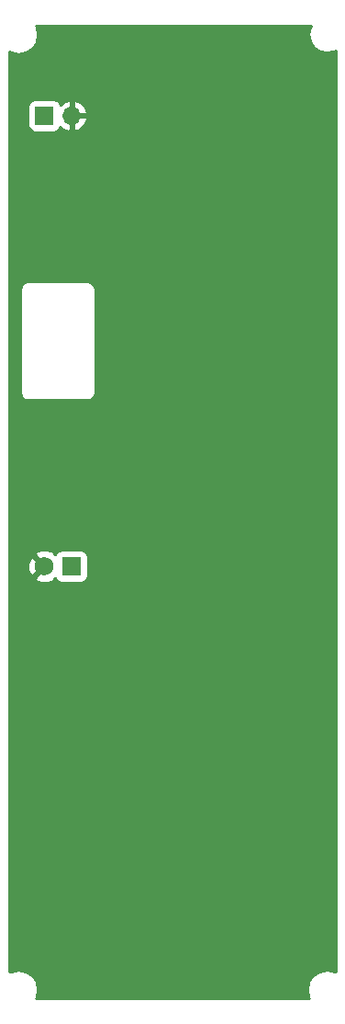
<source format=gbl>
G04 #@! TF.FileFunction,Copper,L2,Bot,Signal*
%FSLAX46Y46*%
G04 Gerber Fmt 4.6, Leading zero omitted, Abs format (unit mm)*
G04 Created by KiCad (PCBNEW 4.0.4-stable) date 08/15/17 16:39:26*
%MOMM*%
%LPD*%
G01*
G04 APERTURE LIST*
%ADD10C,0.100000*%
%ADD11R,1.750000X1.750000*%
%ADD12C,1.750000*%
%ADD13R,1.700000X1.700000*%
%ADD14O,1.700000X1.700000*%
%ADD15C,0.254000*%
G04 APERTURE END LIST*
D10*
D11*
X124500000Y-112500000D03*
D12*
X122000000Y-112500000D03*
D13*
X122000000Y-71000000D03*
D14*
X124540000Y-71000000D03*
D15*
G36*
X146520166Y-62845611D02*
X146390000Y-63500000D01*
X146520166Y-64154389D01*
X146890847Y-64709153D01*
X147445611Y-65079834D01*
X148100000Y-65210000D01*
X148754389Y-65079834D01*
X148890000Y-64989222D01*
X148890000Y-149871548D01*
X148799558Y-149811117D01*
X148100000Y-149671966D01*
X147400442Y-149811117D01*
X146807385Y-150207385D01*
X146411117Y-150800442D01*
X146271966Y-151500000D01*
X146411117Y-152199558D01*
X146471548Y-152290000D01*
X121228452Y-152290000D01*
X121288883Y-152199558D01*
X121428034Y-151500000D01*
X121288883Y-150800442D01*
X120892615Y-150207385D01*
X120299558Y-149811117D01*
X119600000Y-149671966D01*
X118900442Y-149811117D01*
X118810000Y-149871548D01*
X118810000Y-112265306D01*
X120478410Y-112265306D01*
X120504421Y-112865458D01*
X120684047Y-113299116D01*
X120937940Y-113382455D01*
X121820395Y-112500000D01*
X120937940Y-111617545D01*
X120684047Y-111700884D01*
X120478410Y-112265306D01*
X118810000Y-112265306D01*
X118810000Y-111437940D01*
X121117545Y-111437940D01*
X122000000Y-112320395D01*
X122014143Y-112306253D01*
X122193748Y-112485858D01*
X122179605Y-112500000D01*
X122193748Y-112514143D01*
X122014143Y-112693748D01*
X122000000Y-112679605D01*
X121117545Y-113562060D01*
X121200884Y-113815953D01*
X121765306Y-114021590D01*
X122365458Y-113995579D01*
X122799116Y-113815953D01*
X122882454Y-113562062D01*
X122997086Y-113676694D01*
X123038136Y-113635644D01*
X123160910Y-113826441D01*
X123373110Y-113971431D01*
X123625000Y-114022440D01*
X125375000Y-114022440D01*
X125610317Y-113978162D01*
X125826441Y-113839090D01*
X125971431Y-113626890D01*
X126022440Y-113375000D01*
X126022440Y-111625000D01*
X125978162Y-111389683D01*
X125839090Y-111173559D01*
X125626890Y-111028569D01*
X125375000Y-110977560D01*
X123625000Y-110977560D01*
X123389683Y-111021838D01*
X123173559Y-111160910D01*
X123036006Y-111362226D01*
X122997086Y-111323306D01*
X122882454Y-111437938D01*
X122799116Y-111184047D01*
X122234694Y-110978410D01*
X121634542Y-111004421D01*
X121200884Y-111184047D01*
X121117545Y-111437940D01*
X118810000Y-111437940D01*
X118810000Y-87000000D01*
X119790000Y-87000000D01*
X119790000Y-96500000D01*
X119844046Y-96771705D01*
X119997954Y-97002046D01*
X120228295Y-97155954D01*
X120500000Y-97210000D01*
X126000000Y-97210000D01*
X126271705Y-97155954D01*
X126502046Y-97002046D01*
X126655954Y-96771705D01*
X126710000Y-96500000D01*
X126710000Y-87000000D01*
X126655954Y-86728295D01*
X126502046Y-86497954D01*
X126271705Y-86344046D01*
X126000000Y-86290000D01*
X120500000Y-86290000D01*
X120228295Y-86344046D01*
X119997954Y-86497954D01*
X119844046Y-86728295D01*
X119790000Y-87000000D01*
X118810000Y-87000000D01*
X118810000Y-70150000D01*
X120502560Y-70150000D01*
X120502560Y-71850000D01*
X120546838Y-72085317D01*
X120685910Y-72301441D01*
X120898110Y-72446431D01*
X121150000Y-72497440D01*
X122850000Y-72497440D01*
X123085317Y-72453162D01*
X123301441Y-72314090D01*
X123446431Y-72101890D01*
X123468301Y-71993893D01*
X123773076Y-72271645D01*
X124183110Y-72441476D01*
X124413000Y-72320155D01*
X124413000Y-71127000D01*
X124667000Y-71127000D01*
X124667000Y-72320155D01*
X124896890Y-72441476D01*
X125306924Y-72271645D01*
X125735183Y-71881358D01*
X125981486Y-71356892D01*
X125860819Y-71127000D01*
X124667000Y-71127000D01*
X124413000Y-71127000D01*
X124393000Y-71127000D01*
X124393000Y-70873000D01*
X124413000Y-70873000D01*
X124413000Y-69679845D01*
X124667000Y-69679845D01*
X124667000Y-70873000D01*
X125860819Y-70873000D01*
X125981486Y-70643108D01*
X125735183Y-70118642D01*
X125306924Y-69728355D01*
X124896890Y-69558524D01*
X124667000Y-69679845D01*
X124413000Y-69679845D01*
X124183110Y-69558524D01*
X123773076Y-69728355D01*
X123470063Y-70004501D01*
X123453162Y-69914683D01*
X123314090Y-69698559D01*
X123101890Y-69553569D01*
X122850000Y-69502560D01*
X121150000Y-69502560D01*
X120914683Y-69546838D01*
X120698559Y-69685910D01*
X120553569Y-69898110D01*
X120502560Y-70150000D01*
X118810000Y-70150000D01*
X118810000Y-65128452D01*
X118900442Y-65188883D01*
X119600000Y-65328034D01*
X120299558Y-65188883D01*
X120892615Y-64792615D01*
X121288883Y-64199558D01*
X121428034Y-63500000D01*
X121288883Y-62800442D01*
X121228452Y-62710000D01*
X146610778Y-62710000D01*
X146520166Y-62845611D01*
X146520166Y-62845611D01*
G37*
X146520166Y-62845611D02*
X146390000Y-63500000D01*
X146520166Y-64154389D01*
X146890847Y-64709153D01*
X147445611Y-65079834D01*
X148100000Y-65210000D01*
X148754389Y-65079834D01*
X148890000Y-64989222D01*
X148890000Y-149871548D01*
X148799558Y-149811117D01*
X148100000Y-149671966D01*
X147400442Y-149811117D01*
X146807385Y-150207385D01*
X146411117Y-150800442D01*
X146271966Y-151500000D01*
X146411117Y-152199558D01*
X146471548Y-152290000D01*
X121228452Y-152290000D01*
X121288883Y-152199558D01*
X121428034Y-151500000D01*
X121288883Y-150800442D01*
X120892615Y-150207385D01*
X120299558Y-149811117D01*
X119600000Y-149671966D01*
X118900442Y-149811117D01*
X118810000Y-149871548D01*
X118810000Y-112265306D01*
X120478410Y-112265306D01*
X120504421Y-112865458D01*
X120684047Y-113299116D01*
X120937940Y-113382455D01*
X121820395Y-112500000D01*
X120937940Y-111617545D01*
X120684047Y-111700884D01*
X120478410Y-112265306D01*
X118810000Y-112265306D01*
X118810000Y-111437940D01*
X121117545Y-111437940D01*
X122000000Y-112320395D01*
X122014143Y-112306253D01*
X122193748Y-112485858D01*
X122179605Y-112500000D01*
X122193748Y-112514143D01*
X122014143Y-112693748D01*
X122000000Y-112679605D01*
X121117545Y-113562060D01*
X121200884Y-113815953D01*
X121765306Y-114021590D01*
X122365458Y-113995579D01*
X122799116Y-113815953D01*
X122882454Y-113562062D01*
X122997086Y-113676694D01*
X123038136Y-113635644D01*
X123160910Y-113826441D01*
X123373110Y-113971431D01*
X123625000Y-114022440D01*
X125375000Y-114022440D01*
X125610317Y-113978162D01*
X125826441Y-113839090D01*
X125971431Y-113626890D01*
X126022440Y-113375000D01*
X126022440Y-111625000D01*
X125978162Y-111389683D01*
X125839090Y-111173559D01*
X125626890Y-111028569D01*
X125375000Y-110977560D01*
X123625000Y-110977560D01*
X123389683Y-111021838D01*
X123173559Y-111160910D01*
X123036006Y-111362226D01*
X122997086Y-111323306D01*
X122882454Y-111437938D01*
X122799116Y-111184047D01*
X122234694Y-110978410D01*
X121634542Y-111004421D01*
X121200884Y-111184047D01*
X121117545Y-111437940D01*
X118810000Y-111437940D01*
X118810000Y-87000000D01*
X119790000Y-87000000D01*
X119790000Y-96500000D01*
X119844046Y-96771705D01*
X119997954Y-97002046D01*
X120228295Y-97155954D01*
X120500000Y-97210000D01*
X126000000Y-97210000D01*
X126271705Y-97155954D01*
X126502046Y-97002046D01*
X126655954Y-96771705D01*
X126710000Y-96500000D01*
X126710000Y-87000000D01*
X126655954Y-86728295D01*
X126502046Y-86497954D01*
X126271705Y-86344046D01*
X126000000Y-86290000D01*
X120500000Y-86290000D01*
X120228295Y-86344046D01*
X119997954Y-86497954D01*
X119844046Y-86728295D01*
X119790000Y-87000000D01*
X118810000Y-87000000D01*
X118810000Y-70150000D01*
X120502560Y-70150000D01*
X120502560Y-71850000D01*
X120546838Y-72085317D01*
X120685910Y-72301441D01*
X120898110Y-72446431D01*
X121150000Y-72497440D01*
X122850000Y-72497440D01*
X123085317Y-72453162D01*
X123301441Y-72314090D01*
X123446431Y-72101890D01*
X123468301Y-71993893D01*
X123773076Y-72271645D01*
X124183110Y-72441476D01*
X124413000Y-72320155D01*
X124413000Y-71127000D01*
X124667000Y-71127000D01*
X124667000Y-72320155D01*
X124896890Y-72441476D01*
X125306924Y-72271645D01*
X125735183Y-71881358D01*
X125981486Y-71356892D01*
X125860819Y-71127000D01*
X124667000Y-71127000D01*
X124413000Y-71127000D01*
X124393000Y-71127000D01*
X124393000Y-70873000D01*
X124413000Y-70873000D01*
X124413000Y-69679845D01*
X124667000Y-69679845D01*
X124667000Y-70873000D01*
X125860819Y-70873000D01*
X125981486Y-70643108D01*
X125735183Y-70118642D01*
X125306924Y-69728355D01*
X124896890Y-69558524D01*
X124667000Y-69679845D01*
X124413000Y-69679845D01*
X124183110Y-69558524D01*
X123773076Y-69728355D01*
X123470063Y-70004501D01*
X123453162Y-69914683D01*
X123314090Y-69698559D01*
X123101890Y-69553569D01*
X122850000Y-69502560D01*
X121150000Y-69502560D01*
X120914683Y-69546838D01*
X120698559Y-69685910D01*
X120553569Y-69898110D01*
X120502560Y-70150000D01*
X118810000Y-70150000D01*
X118810000Y-65128452D01*
X118900442Y-65188883D01*
X119600000Y-65328034D01*
X120299558Y-65188883D01*
X120892615Y-64792615D01*
X121288883Y-64199558D01*
X121428034Y-63500000D01*
X121288883Y-62800442D01*
X121228452Y-62710000D01*
X146610778Y-62710000D01*
X146520166Y-62845611D01*
M02*

</source>
